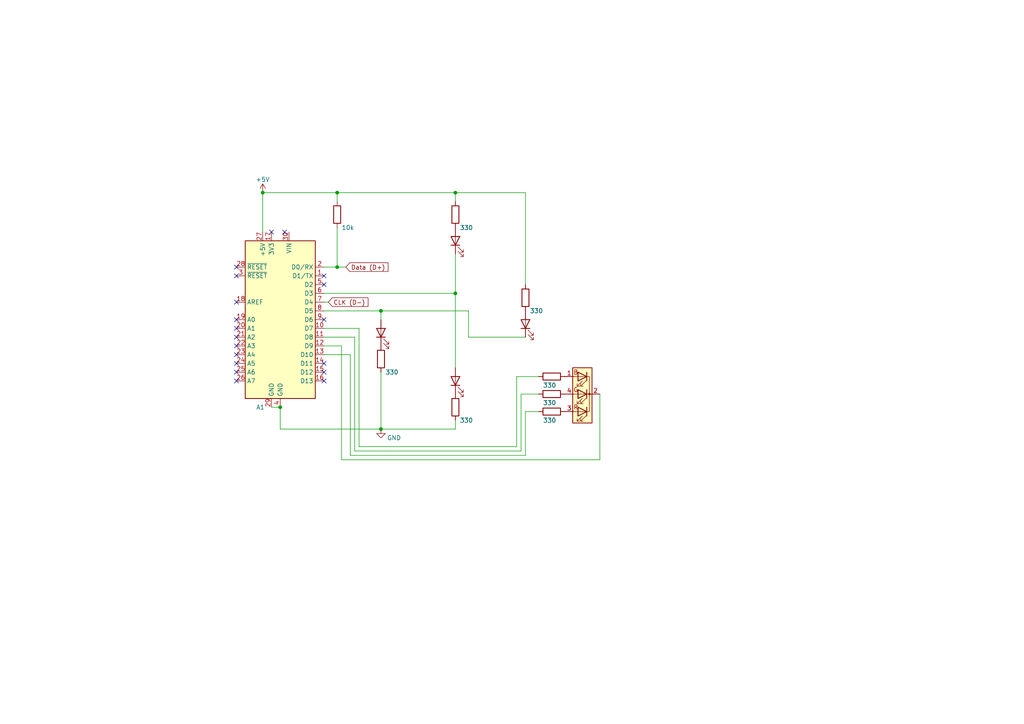
<source format=kicad_sch>
(kicad_sch (version 20230121) (generator eeschema)
  (paper "A4")
  (lib_symbols
    (symbol "Device:LED" (pin_numbers hide) (pin_names (offset 1.016) hide)
      (property "Reference" "D" (at 0 2.54 0))
      (property "Value" "LED" (at 0 -2.54 0))
      (symbol "LED_0_1"
        (polyline (pts (xy -1.27 -1.27) (xy -1.27 1.27)) (stroke (width 0.254)))
        (polyline (pts (xy -1.27 0) (xy 1.27 0)))
        (polyline (pts (xy 1.27 -1.27) (xy 1.27 1.27) (xy -1.27 0) (xy 1.27 -1.27)) (stroke (width 0.254)))
        (polyline (pts (xy -3.048 -0.762) (xy -4.572 -2.286) (xy -3.81 -2.286) (xy -4.572 -2.286) (xy -4.572 -1.524)))
        (polyline (pts (xy -1.778 -0.762) (xy -3.302 -2.286) (xy -2.54 -2.286) (xy -3.302 -2.286) (xy -3.302 -1.524)))
      )
      (symbol "LED_1_1"
        (pin passive line (at -3.81 0 0) (length 2.54) (name "K") (number "1"))
        (pin passive line (at 3.81 0 180) (length 2.54) (name "A") (number "2"))
      )
    )
    (symbol "Device:LED_BKRG" (pin_names (offset 0) hide)
      (property "Reference" "D" (at 0 9.398 0))
      (property "Value" "LED_BKRG" (at 0 -8.89 0))
      (symbol "LED_BKRG_0_0"
        (text "B" (at 1.905 -6.35 0) (effects (font (size 1.27 1.27))))
        (text "G" (at 1.905 -1.27 0) (effects (font (size 1.27 1.27))))
        (text "R" (at 1.905 3.81 0) (effects (font (size 1.27 1.27))))
      )
      (symbol "LED_BKRG_0_1"
        (circle (center -2.032 0) (radius 0.254) (fill (type outline)))
        (polyline (pts (xy -1.27 -5.08) (xy 1.27 -5.08)))
        (polyline (pts (xy -1.27 -3.81) (xy -1.27 -6.35)) (stroke (width 0.254)))
        (polyline (pts (xy -1.27 0) (xy -2.54 0)))
        (polyline (pts (xy -1.27 1.27) (xy -1.27 -1.27)) (stroke (width 0.254)))
        (polyline (pts (xy -1.27 5.08) (xy 1.27 5.08)))
        (polyline (pts (xy -1.27 6.35) (xy -1.27 3.81)) (stroke (width 0.254)))
        (polyline (pts (xy 1.27 -5.08) (xy 2.54 -5.08)))
        (polyline (pts (xy 1.27 0) (xy -1.27 0)))
        (polyline (pts (xy 1.27 0) (xy 2.54 0)))
        (polyline (pts (xy 1.27 5.08) (xy 2.54 5.08)))
        (polyline (pts (xy -1.27 1.27) (xy -1.27 -1.27) (xy -1.27 -1.27)))
        (polyline (pts (xy -1.27 6.35) (xy -1.27 3.81) (xy -1.27 3.81)))
        (polyline (pts (xy -1.27 5.08) (xy -2.032 5.08) (xy -2.032 -5.08) (xy -1.016 -5.08)))
        (polyline (pts (xy 1.27 -3.81) (xy 1.27 -6.35) (xy -1.27 -5.08) (xy 1.27 -3.81)) (stroke (width 0.254)))
        (polyline (pts (xy 1.27 1.27) (xy 1.27 -1.27) (xy -1.27 0) (xy 1.27 1.27)) (stroke (width 0.254)))
        (polyline (pts (xy 1.27 6.35) (xy 1.27 3.81) (xy -1.27 5.08) (xy 1.27 6.35)) (stroke (width 0.254)))
        (polyline (pts (xy -1.016 -3.81) (xy 0.508 -2.286) (xy -0.254 -2.286) (xy 0.508 -2.286) (xy 0.508 -3.048)))
        (polyline (pts (xy -1.016 1.27) (xy 0.508 2.794) (xy -0.254 2.794) (xy 0.508 2.794) (xy 0.508 2.032)))
        (polyline (pts (xy -1.016 6.35) (xy 0.508 7.874) (xy -0.254 7.874) (xy 0.508 7.874) (xy 0.508 7.112)))
        (polyline (pts (xy 0 -3.81) (xy 1.524 -2.286) (xy 0.762 -2.286) (xy 1.524 -2.286) (xy 1.524 -3.048)))
        (polyline (pts (xy 0 1.27) (xy 1.524 2.794) (xy 0.762 2.794) (xy 1.524 2.794) (xy 1.524 2.032)))
        (polyline (pts (xy 0 6.35) (xy 1.524 7.874) (xy 0.762 7.874) (xy 1.524 7.874) (xy 1.524 7.112)))
        (rectangle (start 1.27 -1.27) (end 1.27 1.27))
        (rectangle (start 1.27 1.27) (end 1.27 1.27))
        (rectangle (start 1.27 3.81) (end 1.27 6.35))
        (rectangle (start 1.27 6.35) (end 1.27 6.35))
        (rectangle (start 2.794 8.382) (end -2.794 -7.62) (stroke (width 0.254)) (fill (type background)))
      )
      (symbol "LED_BKRG_1_1"
        (pin passive line (at 5.08 -5.08 180) (length 2.54) (name "BA") (number "1"))
        (pin passive line (at -5.08 0 0) (length 2.54) (name "K") (number "2"))
        (pin passive line (at 5.08 5.08 180) (length 2.54) (name "RA") (number "3"))
        (pin passive line (at 5.08 0 180) (length 2.54) (name "GA") (number "4"))
      )
    )
    (symbol "Device:R" (pin_numbers hide) (pin_names (offset 0))
      (property "Reference" "R" (at 2.032 0 90))
      (property "Value" "R" (at 0 0 90))
      (symbol "R_0_1"
        (rectangle (start -1.016 -2.54) (end 1.016 2.54) (stroke (width 0.254)))
      )
      (symbol "R_1_1"
        (pin passive line (at 0 3.81 270) (length 1.27) (name "~") (number "1"))
        (pin passive line (at 0 -3.81 90) (length 1.27) (name "~") (number "2"))
      )
    )
    (symbol "MCU_Module:Arduino_Nano_v3.x"
      (property "Reference" "A" (at -10.16 23.495 0))
      (property "Value" "Arduino_Nano_v3.x" (at 5.08 -24.13 0))
      (symbol "Arduino_Nano_v3.x_0_1"
        (rectangle (start -10.16 22.86) (end 10.16 -22.86) (stroke (width 0.254)) (fill (type background)))
      )
      (symbol "Arduino_Nano_v3.x_1_1"
        (pin bidirectional line (at -12.7 12.7 0) (length 2.54) (name "D1/TX") (number "1"))
        (pin bidirectional line (at -12.7 -2.54 0) (length 2.54) (name "D7") (number "10"))
        (pin bidirectional line (at -12.7 -5.08 0) (length 2.54) (name "D8") (number "11"))
        (pin bidirectional line (at -12.7 -7.62 0) (length 2.54) (name "D9") (number "12"))
        (pin bidirectional line (at -12.7 -10.16 0) (length 2.54) (name "D10") (number "13"))
        (pin bidirectional line (at -12.7 -12.7 0) (length 2.54) (name "D11") (number "14"))
        (pin bidirectional line (at -12.7 -15.24 0) (length 2.54) (name "D12") (number "15"))
        (pin bidirectional line (at -12.7 -17.78 0) (length 2.54) (name "D13") (number "16"))
        (pin power_out line (at 2.54 25.4 270) (length 2.54) (name "3V3") (number "17"))
        (pin input line (at 12.7 5.08 180) (length 2.54) (name "AREF") (number "18"))
        (pin bidirectional line (at 12.7 0 180) (length 2.54) (name "A0") (number "19"))
        (pin bidirectional line (at -12.7 15.24 0) (length 2.54) (name "D0/RX") (number "2"))
        (pin bidirectional line (at 12.7 -2.54 180) (length 2.54) (name "A1") (number "20"))
        (pin bidirectional line (at 12.7 -5.08 180) (length 2.54) (name "A2") (number "21"))
        (pin bidirectional line (at 12.7 -7.62 180) (length 2.54) (name "A3") (number "22"))
        (pin bidirectional line (at 12.7 -10.16 180) (length 2.54) (name "A4") (number "23"))
        (pin bidirectional line (at 12.7 -12.7 180) (length 2.54) (name "A5") (number "24"))
        (pin bidirectional line (at 12.7 -15.24 180) (length 2.54) (name "A6") (number "25"))
        (pin bidirectional line (at 12.7 -17.78 180) (length 2.54) (name "A7") (number "26"))
        (pin power_out line (at 5.08 25.4 270) (length 2.54) (name "+5V") (number "27"))
        (pin input line (at 12.7 15.24 180) (length 2.54) (name "~{RESET}") (number "28"))
        (pin power_in line (at 2.54 -25.4 90) (length 2.54) (name "GND") (number "29"))
        (pin input line (at 12.7 12.7 180) (length 2.54) (name "~{RESET}") (number "3"))
        (pin power_in line (at -2.54 25.4 270) (length 2.54) (name "VIN") (number "30"))
        (pin power_in line (at 0 -25.4 90) (length 2.54) (name "GND") (number "4"))
        (pin bidirectional line (at -12.7 10.16 0) (length 2.54) (name "D2") (number "5"))
        (pin bidirectional line (at -12.7 7.62 0) (length 2.54) (name "D3") (number "6"))
        (pin bidirectional line (at -12.7 5.08 0) (length 2.54) (name "D4") (number "7"))
        (pin bidirectional line (at -12.7 2.54 0) (length 2.54) (name "D5") (number "8"))
        (pin bidirectional line (at -12.7 0 0) (length 2.54) (name "D6") (number "9"))
      )
    )
    (symbol "power:+5V" (power) (pin_names (offset 0))
      (property "Value" "+5V" (at 0 3.556 0))
      (symbol "+5V_0_1"
        (polyline (pts (xy -0.762 1.27) (xy 0 2.54)))
        (polyline (pts (xy 0 0) (xy 0 2.54)))
        (polyline (pts (xy 0 2.54) (xy 0.762 1.27)))
      )
      (symbol "+5V_1_1"
        (pin power_in line (at 0 0 90) (length 0) hide (name "+5V") (number "1"))
      )
    )
    (symbol "power:GND" (power) (pin_names (offset 0))
      (property "Value" "GND" (at 0 -3.81 0))
      (symbol "GND_0_1"
        (polyline (pts (xy 0 0) (xy 0 -1.27) (xy 1.27 -1.27) (xy 0 -2.54) (xy -1.27 -1.27) (xy 0 -1.27)))
      )
      (symbol "GND_1_1"
        (pin power_in line (at 0 0 270) (length 0) hide (name "GND") (number "1"))
      )
    )
  )
  (junction (at 132.08 85.09))
  (junction (at 132.08 55.88))
  (junction (at 110.49 90.17))
  (junction (at 97.79 55.88))
  (junction (at 110.49 124.46))
  (junction (at 76.2 55.88))
  (junction (at 81.28 118.11))
  (junction (at 97.79 77.47))
  (no_connect (at 68.58 80.01))
  (no_connect (at 93.98 110.49))
  (no_connect (at 93.98 107.95))
  (no_connect (at 68.58 100.33))
  (no_connect (at 93.98 105.41))
  (no_connect (at 68.58 77.47))
  (no_connect (at 93.98 80.01))
  (no_connect (at 93.98 92.71))
  (no_connect (at 68.58 95.25))
  (no_connect (at 68.58 102.87))
  (no_connect (at 93.98 82.55))
  (no_connect (at 68.58 110.49))
  (no_connect (at 68.58 87.63))
  (no_connect (at 68.58 107.95))
  (no_connect (at 82.55 67.31))
  (no_connect (at 78.74 67.31))
  (no_connect (at 68.58 97.79))
  (no_connect (at 68.58 92.71))
  (no_connect (at 68.58 105.41))
  (wire (pts (xy 149.86 109.22) (xy 149.86 129.54)))
  (wire (pts (xy 93.98 102.87) (xy 101.6 102.87)))
  (wire (pts (xy 152.4 55.88) (xy 152.4 82.55)))
  (wire (pts (xy 110.49 107.95) (xy 110.49 124.46)))
  (wire (pts (xy 132.08 58.42) (xy 132.08 55.88)))
  (wire (pts (xy 93.98 97.79) (xy 102.87 97.79)))
  (wire (pts (xy 151.13 114.3) (xy 156.21 114.3)))
  (wire (pts (xy 135.89 97.79) (xy 152.4 97.79)))
  (wire (pts (xy 110.49 124.46) (xy 132.08 124.46)))
  (wire (pts (xy 97.79 77.47) (xy 93.98 77.47)))
  (wire (pts (xy 102.87 97.79) (xy 102.87 130.81)))
  (wire (pts (xy 99.06 100.33) (xy 99.06 133.35)))
  (wire (pts (xy 110.49 90.17) (xy 135.89 90.17)))
  (wire (pts (xy 152.4 119.38) (xy 156.21 119.38)))
  (wire (pts (xy 93.98 100.33) (xy 99.06 100.33)))
  (wire (pts (xy 149.86 109.22) (xy 156.21 109.22)))
  (wire (pts (xy 97.79 66.04) (xy 97.79 77.47)))
  (wire (pts (xy 81.28 124.46) (xy 110.49 124.46)))
  (wire (pts (xy 97.79 55.88) (xy 132.08 55.88)))
  (wire (pts (xy 76.2 67.31) (xy 76.2 55.88)))
  (wire (pts (xy 78.74 118.11) (xy 81.28 118.11)))
  (wire (pts (xy 173.99 133.35) (xy 173.99 114.3)))
  (wire (pts (xy 135.89 90.17) (xy 135.89 97.79)))
  (wire (pts (xy 101.6 132.08) (xy 152.4 132.08)))
  (wire (pts (xy 151.13 130.81) (xy 151.13 114.3)))
  (wire (pts (xy 102.87 130.81) (xy 151.13 130.81)))
  (wire (pts (xy 104.14 95.25) (xy 104.14 129.54)))
  (wire (pts (xy 132.08 55.88) (xy 152.4 55.88)))
  (wire (pts (xy 93.98 85.09) (xy 132.08 85.09)))
  (wire (pts (xy 152.4 132.08) (xy 152.4 119.38)))
  (wire (pts (xy 93.98 90.17) (xy 110.49 90.17)))
  (wire (pts (xy 101.6 102.87) (xy 101.6 132.08)))
  (wire (pts (xy 132.08 85.09) (xy 132.08 106.68)))
  (wire (pts (xy 132.08 124.46) (xy 132.08 121.92)))
  (wire (pts (xy 110.49 92.71) (xy 110.49 90.17)))
  (wire (pts (xy 93.98 87.63) (xy 95.25 87.63)))
  (wire (pts (xy 76.2 55.88) (xy 97.79 55.88)))
  (wire (pts (xy 104.14 129.54) (xy 149.86 129.54)))
  (wire (pts (xy 93.98 95.25) (xy 104.14 95.25)))
  (wire (pts (xy 99.06 133.35) (xy 173.99 133.35)))
  (wire (pts (xy 81.28 118.11) (xy 81.28 124.46)))
  (wire (pts (xy 132.08 73.66) (xy 132.08 85.09)))
  (wire (pts (xy 100.33 77.47) (xy 97.79 77.47)))
  (wire (pts (xy 97.79 55.88) (xy 97.79 58.42)))
  (global_label "CLK (D-)" (shape input) (at 95.25 87.63 0) (property "Intersheetrefs" "${INTERSHEET_REFS}" (effects hide)))
  (global_label "Data (D+)" (shape input) (at 100.33 77.47 0) (property "Intersheetrefs" "${INTERSHEET_REFS}" (effects hide)))
  (symbol (lib_id "Device:LED") (at 110.49 96.52 90) (unit 1)
    (property "Reference" "D5" (effects hide))
    (property "Value" "LED" (effects hide))
  )
  (symbol (lib_id "Device:LED") (at 132.08 69.85 90) (unit 1)
    (property "Reference" "D3" (effects hide))
    (property "Value" "LED" (effects hide))
  )
  (symbol (lib_id "MCU_Module:Arduino_Nano_v3.x") (at 81.28 92.71 0) (mirror y) (unit 1)
    (property "Reference" "A1" (at 76.7841 118.11 0) (effects (justify left)))
    (property "Value" "Arduino_Nano_v3.x" (effects hide))
    (property "Footprint" "Module:Arduino_Nano" (effects hide))
    (property "Datasheet" "http://www.mouser.com/pdfdocs/Gravitech_Arduino_Nano3_0.pdf" (effects hide))
  )
  (symbol (lib_id "Device:LED") (at 152.4 93.98 90) (unit 1)
    (property "Reference" "D4" (effects hide))
    (property "Value" "LED" (effects hide))
  )
  (symbol (lib_id "Device:R") (at 132.08 62.23 0) (unit 1)
    (property "Reference" "R2" (effects hide))
    (property "Value" "330" (at 133.35 66.04 0) (effects (justify left)))
  )
  (symbol (lib_id "Device:R") (at 152.4 86.36 0) (unit 1)
    (property "Reference" "R4" (effects hide))
    (property "Value" "330" (at 153.67 90.17 0) (effects (justify left)))
  )
  (symbol (lib_id "power:+5V") (at 76.2 55.88 0) (unit 1)
    (property "Reference" "#PWR01" (effects hide))
    (property "Value" "+5V" (at 76.2 52.07 0))
  )
  (symbol (lib_id "Device:R") (at 160.02 114.3 270) (mirror x) (unit 1)
    (property "Reference" "R6" (effects hide))
    (property "Value" "330" (at 157.48 116.84 90) (effects (justify left)))
  )
  (symbol (lib_id "Device:R") (at 160.02 109.22 270) (mirror x) (unit 1)
    (property "Reference" "R5" (effects hide))
    (property "Value" "330" (at 157.48 111.76 90) (effects (justify left)))
  )
  (symbol (lib_id "Device:R") (at 160.02 119.38 270) (mirror x) (unit 1)
    (property "Reference" "R7" (effects hide))
    (property "Value" "330" (at 157.48 121.92 90) (effects (justify left)))
  )
  (symbol (lib_id "Device:LED") (at 132.08 110.49 90) (unit 1)
    (property "Reference" "D2" (effects hide))
    (property "Value" "LED" (effects hide))
  )
  (symbol (lib_id "Device:R") (at 132.08 118.11 0) (unit 1)
    (property "Reference" "R1" (effects hide))
    (property "Value" "330" (at 133.35 121.92 0) (effects (justify left)))
  )
  (symbol (lib_id "Device:R") (at 110.49 104.14 0) (unit 1)
    (property "Reference" "R3" (effects hide))
    (property "Value" "330" (at 111.76 107.95 0) (effects (justify left)))
  )
  (symbol (lib_id "Device:LED_BKRG") (at 168.91 114.3 180) (unit 1)
    (property "Reference" "D1" (effects hide))
    (property "Value" "LED_BKRG" (effects hide))
  )
  (symbol (lib_id "power:GND") (at 110.49 124.46 0) (unit 1)
    (property "Reference" "#PWR02" (effects hide))
    (property "Value" "GND" (at 114.3 127 0))
  )
  (symbol (lib_id "Device:R") (at 97.79 62.23 0) (unit 1)
    (property "Reference" "R8" (effects hide))
    (property "Value" "10k" (at 99.06 66.04 0) (effects (justify left)))
  )
)
</source>
